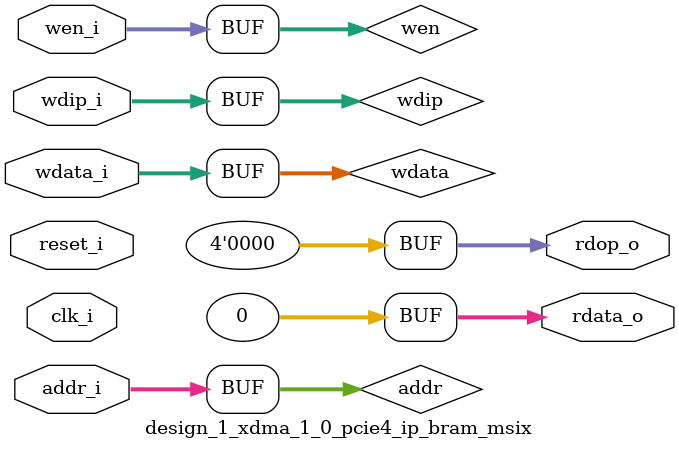
<source format=v>
`timescale 1ps/1ps

(* DowngradeIPIdentifiedWarnings = "yes" *)
module design_1_xdma_1_0_pcie4_ip_bram_msix #(

  parameter           TCQ = 100
, parameter           TO_RAM_PIPELINE="FALSE"
, parameter           FROM_RAM_PIPELINE="FALSE"
, parameter           MSIX_CAP_TABLE_SIZE=11'h0
, parameter           MSIX_TABLE_RAM_ENABLE="FALSE"

  ) (

  input  wire         clk_i,
  input  wire         reset_i,

  input  wire  [12:0] addr_i,
  input  wire  [31:0] wdata_i,
  input  wire   [3:0] wdip_i,
  input  wire   [3:0] wen_i,
  output wire  [31:0] rdata_o,
  output wire   [3:0] rdop_o

  );

  // WIP : Use Total number of functions (PFs + VFs) to calculate the NUM_BRAM_4K
  localparam integer NUM_BRAM_4K = (MSIX_TABLE_RAM_ENABLE == "TRUE") ? 8 : 0 ;
 

  reg          [12:0] addr;
  reg          [12:0] addr_p0;
  reg          [12:0] addr_p1;
  reg          [31:0] wdata;
  reg           [3:0] wdip;
  reg           [3:0] wen;
  reg          [31:0] reg_rdata;
  reg           [3:0] reg_rdop;
  wire         [31:0] rdata;
  wire          [3:0] rdop;
  genvar              i;
  wire    [(8*4)-1:0] bram_4k_wen;
  wire   [(8*32)-1:0] rdata_t;
  wire    [(8*4)-1:0] rdop_t;

  //
  // Optional input pipe stages
  //
  generate

    if (TO_RAM_PIPELINE == "TRUE") begin : TORAMPIPELINE

      always @(posedge clk_i) begin
     
        if (reset_i) begin

          addr <= #(TCQ) 13'b0;
          wdata <= #(TCQ) 32'b0;
          wdip <= #(TCQ) 4'b0;
          wen <= #(TCQ) 4'b0;

        end else begin

          addr <= #(TCQ) addr_i;
          wdata <= #(TCQ) wdata_i;
          wdip <= #(TCQ) wdip_i;
          wen <= #(TCQ) wen_i;

        end

      end

    end else begin : NOTORAMPIPELINE

      always @(*) begin

          addr = addr_i;
          wdata = wdata_i;
          wdip = wdip_i;
          wen = wen_i;

      end


    end

  endgenerate

  // 
  // Address pipeline
  //
  always @(posedge clk_i) begin
     
    if (reset_i) begin

      addr_p0 <= #(TCQ) 13'b0;
      addr_p1 <= #(TCQ) 13'b0;

    end else begin

      addr_p0 <= #(TCQ) addr;
      addr_p1 <= #(TCQ) addr_p0;

    end

  end

  //
  // Optional output pipe stages
  //
  generate

    if (FROM_RAM_PIPELINE == "TRUE") begin : FRMRAMPIPELINE


      always @(posedge clk_i) begin
     
        if (reset_i) begin

          reg_rdata <= #(TCQ) 32'b0;
          reg_rdop <= #(TCQ) 4'b0;

        end else begin

          case (addr_p1[12:10]) 
            3'b000 : begin
              reg_rdata <= #(TCQ) rdata_t[(32*(0))+31:(32*(0))+0];
              reg_rdop <= #(TCQ) rdop_t[(4*(0))+3:(4*(0))+0];
            end
            3'b001 : begin
              reg_rdata <= #(TCQ) rdata_t[(32*(1))+31:(32*(1))+0];
              reg_rdop <= #(TCQ) rdop_t[(4*(1))+3:(4*(1))+0];
            end
            3'b010 : begin
              reg_rdata <= #(TCQ) rdata_t[(32*(2))+31:(32*(2))+0];
              reg_rdop <= #(TCQ) rdop_t[(4*(2))+3:(4*(2))+0];
            end
            3'b011 : begin
              reg_rdata <= #(TCQ) rdata_t[(32*(3))+31:(32*(3))+0];
              reg_rdop <= #(TCQ) rdop_t[(4*(3))+3:(4*(3))+0];
            end
            3'b100 : begin
              reg_rdata <= #(TCQ) rdata_t[(32*(4))+31:(32*(4))+0];
              reg_rdop <= #(TCQ) rdop_t[(4*(4))+3:(4*(4))+0];
            end
            3'b101 : begin
              reg_rdata <= #(TCQ) rdata_t[(32*(5))+31:(32*(5))+0];
              reg_rdop <= #(TCQ) rdop_t[(4*(5))+3:(4*(5))+0];
            end
            3'b110 : begin
              reg_rdata <= #(TCQ) rdata_t[(32*(6))+31:(32*(6))+0];
              reg_rdop <= #(TCQ) rdop_t[(4*(6))+3:(4*(6))+0];
            end
            3'b111 : begin
              reg_rdata <= #(TCQ) rdata_t[(32*(7))+31:(32*(7))+0];
              reg_rdop <= #(TCQ) rdop_t[(4*(7))+3:(4*(7))+0];
            end
          endcase

        end

      end

    end else begin : NOFRMRAMPIPELINE

      always @(*) begin

          case (addr_p1[12:10]) 
            3'b000 : begin
              reg_rdata <= #(TCQ) rdata_t[(32*(0))+31:(32*(0))+0];
              reg_rdop <= #(TCQ) rdop_t[(4*(0))+3:(4*(0))+0];
            end
            3'b001 : begin
              reg_rdata <= #(TCQ) rdata_t[(32*(1))+31:(32*(1))+0];
              reg_rdop <= #(TCQ) rdop_t[(4*(1))+3:(4*(1))+0];
            end
            3'b010 : begin
              reg_rdata <= #(TCQ) rdata_t[(32*(2))+31:(32*(2))+0];
              reg_rdop <= #(TCQ) rdop_t[(4*(2))+3:(4*(2))+0];
            end
            3'b011 : begin
              reg_rdata <= #(TCQ) rdata_t[(32*(3))+31:(32*(3))+0];
              reg_rdop <= #(TCQ) rdop_t[(4*(3))+3:(4*(3))+0];
            end
            3'b100 : begin
              reg_rdata <= #(TCQ) rdata_t[(32*(4))+31:(32*(4))+0];
              reg_rdop <= #(TCQ) rdop_t[(4*(4))+3:(4*(4))+0];
            end
            3'b101 : begin
              reg_rdata <= #(TCQ) rdata_t[(32*(5))+31:(32*(5))+0];
              reg_rdop <= #(TCQ) rdop_t[(4*(5))+3:(4*(5))+0];
            end
            3'b110 : begin
              reg_rdata <= #(TCQ) rdata_t[(32*(6))+31:(32*(6))+0];
              reg_rdop <= #(TCQ) rdop_t[(4*(6))+3:(4*(6))+0];
            end
            3'b111 : begin
              reg_rdata <= #(TCQ) rdata_t[(32*(7))+31:(32*(7))+0];
              reg_rdop <= #(TCQ) rdop_t[(4*(7))+3:(4*(7))+0];
            end
          endcase

      end

    end
  
  endgenerate

  assign rdata_o = (MSIX_TABLE_RAM_ENABLE == "TRUE") ?  reg_rdata : 32'h0;
  assign rdop_o = (MSIX_TABLE_RAM_ENABLE == "TRUE") ? reg_rdop : 4'h0;

  generate 
  
    for (i=0; i<NUM_BRAM_4K; i=i+1) begin : BRAM4K

      design_1_xdma_1_0_pcie4_ip_bram_4k_int #(
          .TCQ(TCQ)
        )
        bram_4k_int (
    
          .clk_i (clk_i),
          .reset_i (reset_i),
    
          .addr_i(addr[9:0]),
          .wdata_i(wdata),
          .wdip_i(wdip),
          .wen_i(bram_4k_wen[(4*(i))+3:(4*(i))+0]),
          .rdata_o(rdata_t[(32*i)+31:(32*i)+0]),
          .rdop_o(rdop_t[(4*i)+3:(4*i)+0]),
          .baddr_i(10'b0),
          .brdata_o()

      );
      assign bram_4k_wen[(4*(i))+3:(4*(i))+0] = wen & {4{(i == addr[12:10])}};  
      
    end

  endgenerate

endmodule

</source>
